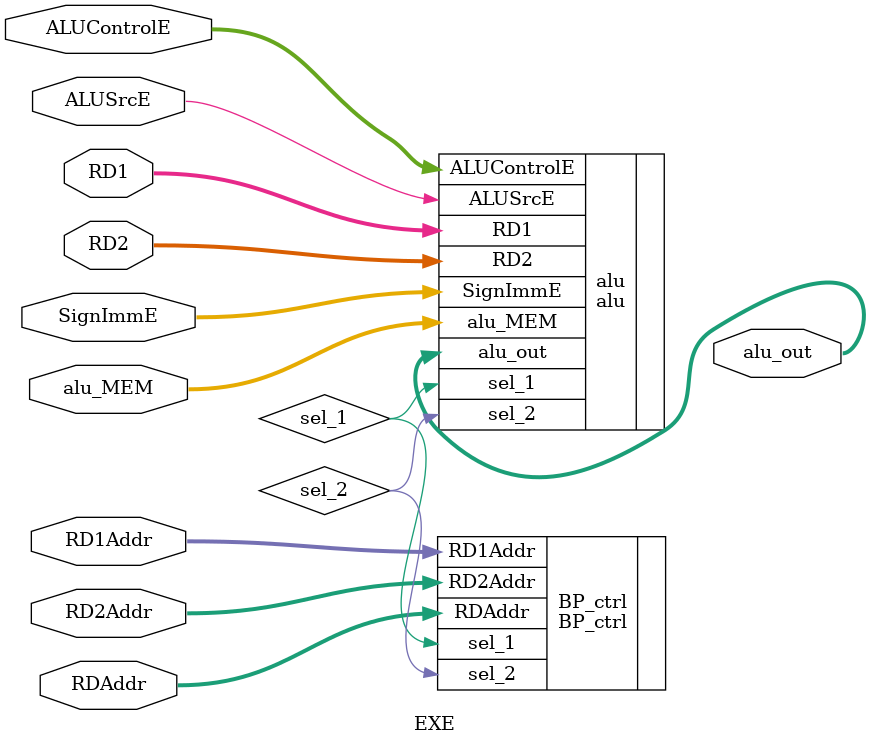
<source format=v>
`timescale 1ns / 1ps

module EXE(
	input wire [2:0]ALUControlE,
	input wire ALUSrcE,
	input wire [31:0]SignImmE,
	input wire [31:0]RD1, RD2,
	input wire [4:0]RD1Addr, RD2Addr,
	input wire [4:0]RDAddr,
	input wire [31:0]alu_MEM,
	
	output wire [31:0]alu_out
    );
    
    wire sel_1, sel_2;
    
	alu alu(
	   	.ALUControlE(ALUControlE),
        .ALUSrcE(ALUSrcE), 
        .sel_1(sel_1), 
        .sel_2(sel_2),
        .SignImmE(SignImmE),
        .RD1(RD1), 
        .RD2(RD2), 
        .alu_MEM(alu_MEM),
        
        .alu_out(alu_out)
	);
	
	BP_ctrl BP_ctrl(
	   .RD1Addr(RD1Addr), 
	   .RD2Addr(RD2Addr), 
	   .RDAddr(RDAddr),
	   
       .sel_1(sel_1), 
       .sel_2(sel_2)
	);
	
endmodule

</source>
